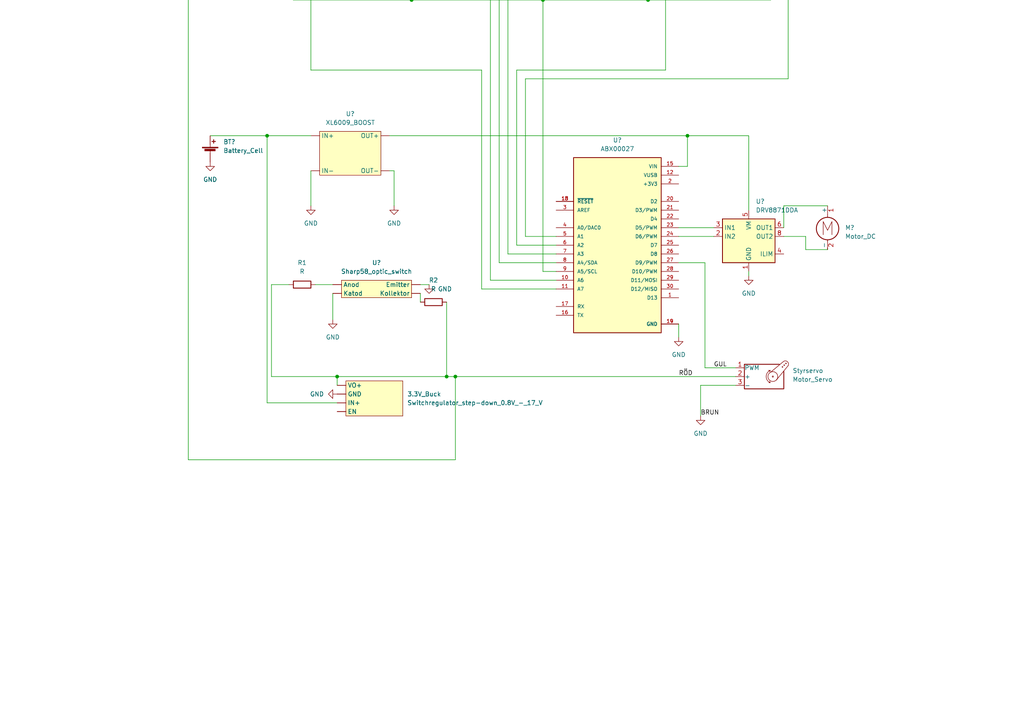
<source format=kicad_sch>
(kicad_sch (version 20211123) (generator eeschema)
  (paper "A4")
  (lib_symbols
    (symbol "Device:Battery_Cell" (pin_numbers hide) (pin_names (offset 0) hide)
      (property "Reference" "BT" (at 2.54 2.54 0))
      (property "Value" "Battery_Cell" (at 2.54 0 0))
      (symbol "Battery_Cell_0_1"
        (rectangle (start -2.286 1.778) (end 2.286 1.524) (fill (type outline)))
        (rectangle (start -1.5748 1.1938) (end 1.4732 0.6858) (fill (type outline)))
        (polyline (pts (xy 0 0.762) (xy 0 0)))
        (polyline (pts (xy 0 1.778) (xy 0 2.54)))
        (polyline (pts (xy 0.508 3.429) (xy 1.524 3.429)) (stroke (width 0.254)))
        (polyline (pts (xy 1.016 3.937) (xy 1.016 2.921)) (stroke (width 0.254)))
      )
      (symbol "Battery_Cell_1_1"
        (pin passive line (at 0 5.08 270) (length 2.54) (name "+") (number "1"))
        (pin passive line (at 0 -2.54 90) (length 2.54) (name "-") (number "2"))
      )
    )
    (symbol "Device:R" (pin_numbers hide) (pin_names (offset 0))
      (property "Reference" "R" (at 2.032 0 90))
      (property "Value" "R" (at 0 0 90))
      (symbol "R_0_1"
        (rectangle (start -1.016 -2.54) (end 1.016 2.54) (stroke (width 0.254)))
      )
      (symbol "R_1_1"
        (pin passive line (at 0 3.81 270) (length 1.27) (name "~") (number "1"))
        (pin passive line (at 0 -3.81 90) (length 1.27) (name "~") (number "2"))
      )
    )
    (symbol "Driver_Motor:DRV8871DDA"
      (property "Reference" "U" (at -6.35 6.35 0))
      (property "Value" "DRV8871DDA" (at 8.89 6.35 0))
      (symbol "DRV8871DDA_0_1"
        (rectangle (start -7.62 5.08) (end 7.62 -7.62) (stroke (width 0.254)) (fill (type background)))
      )
      (symbol "DRV8871DDA_1_1"
        (pin power_in line (at 0 -10.16 90) (length 2.54) (name "GND") (number "1"))
        (pin input line (at -10.16 0 0) (length 2.54) (name "IN2") (number "2"))
        (pin input line (at -10.16 2.54 0) (length 2.54) (name "IN1") (number "3"))
        (pin passive line (at 10.16 -5.08 180) (length 2.54) (name "ILIM") (number "4"))
        (pin power_in line (at 0 7.62 270) (length 2.54) (name "VM") (number "5"))
        (pin output line (at 10.16 2.54 180) (length 2.54) (name "OUT1") (number "6"))
        (pin passive line (at 0 -10.16 90) (length 2.54) hide (name "GND") (number "7"))
        (pin output line (at 10.16 0 180) (length 2.54) (name "OUT2") (number "8"))
        (pin passive line (at 0 -10.16 90) (length 2.54) hide (name "GND") (number "9"))
      )
    )
    (symbol "Motor:Motor_DC" (pin_names (offset 0))
      (property "Reference" "M" (at 2.54 2.54 0))
      (property "Value" "Motor_DC" (at 2.54 -5.08 0))
      (symbol "Motor_DC_0_0"
        (polyline (pts (xy -1.27 -3.302) (xy -1.27 0.508) (xy 0 -2.032) (xy 1.27 0.508) (xy 1.27 -3.302)))
      )
      (symbol "Motor_DC_0_1"
        (circle (center 0 -1.524) (radius 3.2512) (stroke (width 0.254)))
        (polyline (pts (xy 0 -7.62) (xy 0 -7.112)))
        (polyline (pts (xy 0 -4.7752) (xy 0 -5.1816)))
        (polyline (pts (xy 0 1.7272) (xy 0 2.0828)))
        (polyline (pts (xy 0 2.032) (xy 0 2.54)))
      )
      (symbol "Motor_DC_1_1"
        (pin passive line (at 0 5.08 270) (length 2.54) (name "+") (number "1"))
        (pin passive line (at 0 -7.62 90) (length 2.54) (name "-") (number "2"))
      )
    )
    (symbol "Motor:Motor_Servo" (pin_names (offset 0.0254))
      (property "Reference" "M" (at -5.08 4.445 0))
      (property "Value" "Motor_Servo" (at -5.08 -4.064 0))
      (symbol "Motor_Servo_0_1"
        (polyline (pts (xy 2.413 -1.778) (xy 2.032 -1.778)))
        (polyline (pts (xy 2.413 -1.778) (xy 2.286 -1.397)))
        (polyline (pts (xy 2.413 1.778) (xy 1.905 1.778)))
        (polyline (pts (xy 2.413 1.778) (xy 2.286 1.397)))
        (polyline (pts (xy 6.35 4.445) (xy 2.54 1.27)))
        (polyline (pts (xy 7.62 3.175) (xy 4.191 -1.016)))
        (polyline (pts (xy 5.08 3.556) (xy -5.08 3.556) (xy -5.08 -3.556) (xy 6.35 -3.556) (xy 6.35 1.524)) (stroke (width 0.254)))
        (arc (start 2.413 1.778) (mid 1.2406 0) (end 2.413 -1.778))
        (circle (center 3.175 0) (radius 0.1778))
        (circle (center 3.175 0) (radius 1.4224))
        (circle (center 5.969 2.794) (radius 0.127))
        (circle (center 6.477 3.302) (radius 0.127))
        (circle (center 6.985 3.81) (radius 0.127))
        (arc (start 7.62 3.175) (mid 7.4485 4.2735) (end 6.35 4.445))
      )
      (symbol "Motor_Servo_1_1"
        (pin passive line (at -7.62 2.54 0) (length 2.54) (name "PWM") (number "1"))
        (pin passive line (at -7.62 0 0) (length 2.54) (name "+") (number "2"))
        (pin passive line (at -7.62 -2.54 0) (length 2.54) (name "-") (number "3"))
      )
    )
    (symbol "Sensor_Distance:VL53L1CXV0FY1"
      (property "Reference" "U" (at -6.35 13.97 0))
      (property "Value" "VL53L1CXV0FY1" (at 12.065 13.97 0))
      (symbol "VL53L1CXV0FY1_0_1"
        (rectangle (start -7.62 12.7) (end 7.62 -12.7) (stroke (width 0.254)) (fill (type background)))
      )
      (symbol "VL53L1CXV0FY1_1_1"
        (pin power_in line (at 2.54 15.24 270) (length 2.54) (name "AVDDVCSEL") (number "1"))
        (pin input line (at -10.16 -2.54 0) (length 2.54) (name "SCL") (number "10"))
        (pin power_in line (at 0 15.24 270) (length 2.54) (name "AVDD") (number "11"))
        (pin passive line (at 0 -15.24 90) (length 2.54) hide (name "GND") (number "12"))
        (pin power_in line (at 2.54 -15.24 90) (length 2.54) (name "AVSSVCSEL") (number "2"))
        (pin power_in line (at 0 -15.24 90) (length 2.54) (name "GND") (number "3"))
        (pin passive line (at 0 -15.24 90) (length 2.54) hide (name "GND") (number "4"))
        (pin input line (at -10.16 -7.62 0) (length 2.54) (name "XSHUT") (number "5"))
        (pin passive line (at 0 -15.24 90) (length 2.54) hide (name "GND") (number "6"))
        (pin open_collector line (at -10.16 5.08 0) (length 2.54) (name "GPIO1") (number "7"))
        (pin no_connect line (at -7.62 7.62 0) (length 2.54) hide (name "DNC") (number "8"))
        (pin bidirectional line (at -10.16 0 0) (length 2.54) (name "SDA") (number "9"))
      )
    )
    (symbol "library_1:ABX00027" (pin_names (offset 1.016))
      (property "Reference" "U" (at -12.7 26.67 0))
      (property "Value" "ABX00027" (at -12.7 -26.67 0))
      (symbol "ABX00027_0_0"
        (rectangle (start -12.7 -25.4) (end 12.7 25.4) (stroke (width 0.254)) (fill (type background)))
        (pin bidirectional line (at 17.78 -15.24 180) (length 5.08) (name "D13") (number "1"))
        (pin input line (at -17.78 -10.16 0) (length 5.08) (name "A6") (number "10"))
        (pin input line (at -17.78 -12.7 0) (length 5.08) (name "A7") (number "11"))
        (pin power_in line (at 17.78 20.32 180) (length 5.08) (name "VUSB") (number "12"))
        (pin input line (at -17.78 12.7 0) (length 5.08) (name "~{RESET}") (number "13"))
        (pin power_in line (at 17.78 -22.86 180) (length 5.08) (name "GND") (number "14"))
        (pin power_in line (at 17.78 22.86 180) (length 5.08) (name "VIN") (number "15"))
        (pin bidirectional line (at -17.78 -20.32 0) (length 5.08) (name "TX") (number "16"))
        (pin bidirectional line (at -17.78 -17.78 0) (length 5.08) (name "RX") (number "17"))
        (pin input line (at -17.78 12.7 0) (length 5.08) (name "~{RESET}") (number "18"))
        (pin power_in line (at 17.78 -22.86 180) (length 5.08) (name "GND") (number "19"))
        (pin power_in line (at 17.78 17.78 180) (length 5.08) (name "+3V3") (number "2"))
        (pin bidirectional line (at 17.78 12.7 180) (length 5.08) (name "D2") (number "20"))
        (pin bidirectional line (at 17.78 10.16 180) (length 5.08) (name "D3/PWM") (number "21"))
        (pin bidirectional line (at 17.78 7.62 180) (length 5.08) (name "D4") (number "22"))
        (pin bidirectional line (at 17.78 5.08 180) (length 5.08) (name "D5/PWM") (number "23"))
        (pin bidirectional line (at 17.78 2.54 180) (length 5.08) (name "D6/PWM") (number "24"))
        (pin bidirectional line (at 17.78 0 180) (length 5.08) (name "D7") (number "25"))
        (pin bidirectional line (at 17.78 -2.54 180) (length 5.08) (name "D8") (number "26"))
        (pin bidirectional line (at 17.78 -5.08 180) (length 5.08) (name "D9/PWM") (number "27"))
        (pin bidirectional line (at 17.78 -7.62 180) (length 5.08) (name "D10/PWM") (number "28"))
        (pin bidirectional line (at 17.78 -10.16 180) (length 5.08) (name "D11/MOSI") (number "29"))
        (pin input line (at -17.78 10.16 0) (length 5.08) (name "AREF") (number "3"))
        (pin bidirectional line (at 17.78 -12.7 180) (length 5.08) (name "D12/MISO") (number "30"))
        (pin bidirectional line (at -17.78 5.08 0) (length 5.08) (name "A0/DAC0") (number "4"))
        (pin input line (at -17.78 2.54 0) (length 5.08) (name "A1") (number "5"))
        (pin input line (at -17.78 0 0) (length 5.08) (name "A2") (number "6"))
        (pin input line (at -17.78 -2.54 0) (length 5.08) (name "A3") (number "7"))
        (pin input line (at -17.78 -5.08 0) (length 5.08) (name "A4/SDA") (number "8"))
        (pin input line (at -17.78 -7.62 0) (length 5.08) (name "A5/SCL") (number "9"))
      )
    )
    (symbol "library_1:Sharp58_optic_switch"
      (property "Reference" "U" (at 0 0 0))
      (property "Value" "Sharp58_optic_switch" (at 0 0 0))
      (symbol "Sharp58_optic_switch_0_1"
        (rectangle (start 10.16 -7.62) (end -10.16 -2.54) (fill (type background)))
      )
      (symbol "Sharp58_optic_switch_1_1"
        (pin input line (at -12.7 -3.81 0) (length 2.54) (name "Anod") (number ""))
        (pin input line (at 12.7 -3.81 180) (length 2.54) (name "Emitter") (number ""))
        (pin output line (at -12.7 -6.35 0) (length 2.54) (name "Katod") (number ""))
        (pin output line (at 12.7 -6.35 180) (length 2.54) (name "Kollektor") (number ""))
      )
    )
    (symbol "library_1:Switchregulator_step-down_0.8V_-_17_V"
      (property "Reference" "U" (at 0 0 0))
      (property "Value" "Switchregulator_step-down_0.8V_-_17_V" (at 0 0 0))
      (symbol "Switchregulator_step-down_0.8V_-_17_V_0_1"
        (rectangle (start -17.78 -2.54) (end -1.27 -12.7) (fill (type background)))
      )
      (symbol "Switchregulator_step-down_0.8V_-_17_V_1_1"
        (pin power_out line (at -20.32 -11.43 0) (length 2.54) (name "EN") (number ""))
        (pin power_out line (at -20.32 -6.35 0) (length 2.54) (name "GND") (number ""))
        (pin power_out line (at -20.32 -8.89 0) (length 2.54) (name "IN+") (number ""))
        (pin power_out line (at -20.32 -3.81 0) (length 2.54) (name "VO+") (number ""))
      )
    )
    (symbol "library_1:XL6009_BOOST"
      (property "Reference" "U" (at 0 0 0))
      (property "Value" "XL6009_BOOST" (at 0 0 0))
      (symbol "XL6009_BOOST_0_1"
        (rectangle (start 8.89 -2.54) (end -8.89 -15.24) (fill (type background)))
      )
      (symbol "XL6009_BOOST_1_1"
        (pin power_in line (at -11.43 -3.81 0) (length 2.54) (name "IN+") (number ""))
        (pin power_in line (at -11.43 -13.97 0) (length 2.54) (name "IN-") (number ""))
        (pin power_out line (at 11.43 -3.81 180) (length 2.54) (name "OUT+") (number ""))
        (pin power_out line (at 11.43 -13.97 180) (length 2.54) (name "OUT-") (number ""))
      )
    )
    (symbol "power:GND" (power) (pin_names (offset 0))
      (property "Value" "GND" (at 0 -3.81 0))
      (symbol "GND_0_1"
        (polyline (pts (xy 0 0) (xy 0 -1.27) (xy 1.27 -1.27) (xy 0 -2.54) (xy -1.27 -1.27) (xy 0 -1.27)))
      )
      (symbol "GND_1_1"
        (pin power_in line (at 0 0 270) (length 0) hide (name "GND") (number "1"))
      )
    )
  )
  (junction (at 129.54 109.22))
  (junction (at 54.61 -21.59))
  (junction (at 144.78 -6.35))
  (junction (at 132.08 109.22))
  (junction (at 157.48 0))
  (junction (at 185.42 -6.35))
  (junction (at 151.13 -6.35))
  (junction (at 134.62 -38.1))
  (junction (at 199.39 39.37))
  (junction (at 116.84 -6.35))
  (junction (at 119.38 0))
  (junction (at 168.91 -38.1))
  (junction (at 97.79 109.22))
  (junction (at 187.96 0))
  (junction (at 100.33 -38.1))
  (junction (at 77.47 39.37))
  (wire (pts (xy 199.39 39.37) (xy 199.39 48.26)))
  (wire (pts (xy 203.2 -21.59) (xy 205.74 -21.59)))
  (wire (pts (xy 217.17 78.74) (xy 217.17 80.01)))
  (wire (pts (xy 149.86 71.12) (xy 149.86 20.32)))
  (wire (pts (xy 196.85 66.04) (xy 207.01 66.04)))
  (wire (pts (xy 233.68 72.39) (xy 240.03 72.39)))
  (wire (pts (xy 142.24 -2.54) (xy 124.46 -2.54)))
  (wire (pts (xy 90.17 49.53) (xy 90.17 59.69)))
  (wire (pts (xy 82.55 -11.43) (xy 82.55 -6.35)))
  (wire (pts (xy 196.85 68.58) (xy 207.01 68.58)))
  (wire (pts (xy 157.48 78.74) (xy 157.48 0)))
  (wire (pts (xy 220.98 -11.43) (xy 220.98 -6.35)))
  (wire (pts (xy 161.29 78.74) (xy 157.48 78.74)))
  (wire (pts (xy 77.47 116.84) (xy 77.47 39.37)))
  (wire (pts (xy 129.54 109.22) (xy 132.08 109.22)))
  (wire (pts (xy 203.2 111.76) (xy 203.2 120.65)))
  (wire (pts (xy 78.74 82.55) (xy 83.82 82.55)))
  (wire (pts (xy 168.91 -21.59) (xy 168.91 -38.1)))
  (wire (pts (xy 135.89 -21.59) (xy 134.62 -21.59)))
  (wire (pts (xy 97.79 111.76) (xy 97.79 109.22)))
  (wire (pts (xy 134.62 -21.59) (xy 134.62 -38.1)))
  (wire (pts (xy 185.42 -6.35) (xy 151.13 -6.35)))
  (wire (pts (xy 85.09 -11.43) (xy 85.09 0)))
  (wire (pts (xy 116.84 -6.35) (xy 144.78 -6.35)))
  (wire (pts (xy 157.48 0) (xy 187.96 0)))
  (wire (pts (xy 185.42 -6.35) (xy 220.98 -6.35)))
  (wire (pts (xy 116.84 -11.43) (xy 116.84 -6.35)))
  (wire (pts (xy 119.38 -11.43) (xy 119.38 0)))
  (wire (pts (xy 187.96 -11.43) (xy 187.96 0)))
  (wire (pts (xy 78.74 109.22) (xy 97.79 109.22)))
  (wire (pts (xy 147.32 -3.81) (xy 158.75 -3.81)))
  (wire (pts (xy 149.86 20.32) (xy 193.04 20.32)))
  (wire (pts (xy 54.61 -21.59) (xy 67.31 -21.59)))
  (wire (pts (xy 161.29 73.66) (xy 147.32 73.66)))
  (wire (pts (xy 144.78 -6.35) (xy 144.78 76.2)))
  (wire (pts (xy 54.61 -21.59) (xy 54.61 -38.1)))
  (wire (pts (xy 193.04 20.32) (xy 193.04 -11.43)))
  (wire (pts (xy 161.29 83.82) (xy 139.7 83.82)))
  (wire (pts (xy 129.54 87.63) (xy 129.54 109.22)))
  (wire (pts (xy 187.96 0) (xy 223.52 0)))
  (wire (pts (xy 121.92 85.09) (xy 121.92 87.63)))
  (wire (pts (xy 100.33 -21.59) (xy 101.6 -21.59)))
  (wire (pts (xy 158.75 -3.81) (xy 158.75 -11.43)))
  (wire (pts (xy 185.42 -11.43) (xy 185.42 -6.35)))
  (wire (pts (xy 114.3 49.53) (xy 114.3 59.69)))
  (wire (pts (xy 54.61 -38.1) (xy 100.33 -38.1)))
  (wire (pts (xy 139.7 20.32) (xy 90.17 20.32)))
  (wire (pts (xy 134.62 -38.1) (xy 168.91 -38.1)))
  (wire (pts (xy 204.47 76.2) (xy 204.47 106.68)))
  (wire (pts (xy 90.17 20.32) (xy 90.17 -11.43)))
  (wire (pts (xy 78.74 109.22) (xy 78.74 82.55)))
  (wire (pts (xy 119.38 0) (xy 157.48 0)))
  (wire (pts (xy 60.96 39.37) (xy 77.47 39.37)))
  (wire (pts (xy 161.29 76.2) (xy 144.78 76.2)))
  (wire (pts (xy 196.85 76.2) (xy 204.47 76.2)))
  (wire (pts (xy 132.08 109.22) (xy 132.08 133.35)))
  (wire (pts (xy 228.6 -11.43) (xy 228.6 22.86)))
  (wire (pts (xy 132.08 133.35) (xy 54.61 133.35)))
  (wire (pts (xy 227.33 66.04) (xy 227.33 59.69)))
  (wire (pts (xy 199.39 48.26) (xy 196.85 48.26)))
  (wire (pts (xy 85.09 0) (xy 119.38 0)))
  (wire (pts (xy 152.4 68.58) (xy 161.29 68.58)))
  (wire (pts (xy 124.46 82.55) (xy 121.92 82.55)))
  (wire (pts (xy 96.52 92.71) (xy 96.52 85.09)))
  (wire (pts (xy 139.7 83.82) (xy 139.7 20.32)))
  (wire (pts (xy 113.03 39.37) (xy 199.39 39.37)))
  (wire (pts (xy 199.39 39.37) (xy 217.17 39.37)))
  (wire (pts (xy 151.13 -6.35) (xy 151.13 -11.43)))
  (wire (pts (xy 228.6 22.86) (xy 152.4 22.86)))
  (wire (pts (xy 196.85 93.98) (xy 196.85 97.79)))
  (wire (pts (xy 142.24 81.28) (xy 142.24 -2.54)))
  (wire (pts (xy 147.32 73.66) (xy 147.32 -3.81)))
  (wire (pts (xy 124.46 -2.54) (xy 124.46 -11.43)))
  (wire (pts (xy 168.91 -38.1) (xy 203.2 -38.1)))
  (wire (pts (xy 100.33 -38.1) (xy 134.62 -38.1)))
  (wire (pts (xy 204.47 106.68) (xy 213.36 106.68)))
  (wire (pts (xy 213.36 111.76) (xy 203.2 111.76)))
  (wire (pts (xy 233.68 68.58) (xy 233.68 72.39)))
  (wire (pts (xy 227.33 68.58) (xy 233.68 68.58)))
  (wire (pts (xy 161.29 81.28) (xy 142.24 81.28)))
  (wire (pts (xy 91.44 82.55) (xy 96.52 82.55)))
  (wire (pts (xy 144.78 -6.35) (xy 151.13 -6.35)))
  (wire (pts (xy 97.79 109.22) (xy 129.54 109.22)))
  (wire (pts (xy 227.33 59.69) (xy 240.03 59.69)))
  (wire (pts (xy 170.18 -21.59) (xy 168.91 -21.59)))
  (wire (pts (xy 100.33 -38.1) (xy 100.33 -21.59)))
  (wire (pts (xy 223.52 0) (xy 223.52 -11.43)))
  (wire (pts (xy 113.03 49.53) (xy 114.3 49.53)))
  (wire (pts (xy 77.47 39.37) (xy 90.17 39.37)))
  (wire (pts (xy 97.79 116.84) (xy 77.47 116.84)))
  (wire (pts (xy 152.4 22.86) (xy 152.4 68.58)))
  (wire (pts (xy 161.29 71.12) (xy 149.86 71.12)))
  (wire (pts (xy 54.61 133.35) (xy 54.61 -21.59)))
  (wire (pts (xy 217.17 39.37) (xy 217.17 60.96)))
  (wire (pts (xy 203.2 -38.1) (xy 203.2 -21.59)))
  (wire (pts (xy 82.55 -6.35) (xy 116.84 -6.35)))
  (wire (pts (xy 132.08 109.22) (xy 213.36 109.22)))
  (label "BRUN" (at 203.2 120.65 0))
  (label "GUL" (at 207.01 106.68 0))
  (label "RÖD" (at 196.85 109.22 0))
  (symbol (lib_id "power:GND") (at 132.08 -21.59 0) (unit 1)
    (property "Reference" "#PWR?" (effects hide))
    (property "Value" "GND" (at 132.08 -15.24 0))
  )
  (symbol (lib_id "library_1:Switchregulator_step-down_0.8V_-_17_V") (at 118.11 107.95 0) (unit 1)
    (property "Reference" "3.3V_Buck" (at 118.11 114.2999 0) (effects (justify left)))
    (property "Value" "Switchregulator_step-down_0.8V_-_17_V" (at 118.11 116.8399 0) (effects (justify left)))
  )
  (symbol (lib_id "Motor:Motor_Servo") (at 220.98 109.22 0) (unit 1)
    (property "Reference" "Styrservo" (at 229.87 107.5165 0) (effects (justify left)))
    (property "Value" "Motor_Servo" (at 229.87 110.0565 0) (effects (justify left)))
    (property "Datasheet" "http://forums.parallax.com/uploads/attachments/46831/74481.png" (effects hide))
  )
  (symbol (lib_id "power:GND") (at 236.22 -21.59 0) (unit 1)
    (property "Reference" "#PWR?" (effects hide))
    (property "Value" "GND" (at 236.22 -15.24 0))
  )
  (symbol (lib_id "library_1:ABX00027") (at 179.07 71.12 0) (unit 1)
    (property "Reference" "U?" (at 179.07 40.64 0))
    (property "Value" "ABX00027" (at 179.07 43.18 0))
    (property "Footprint" "MODULE_ABX00027" (effects hide))
    (property "AVAILABILITY" "Unavailable" (effects hide))
    (property "MP" "ABX00027" (effects hide))
    (property "DIGIKEY-PURCHASE-URL" "https://snapeda.com/shop?store=DigiKey&id=3949339" (effects hide))
    (property "PACKAGE" "None" (effects hide))
    (property "PRICE" "None" (effects hide))
    (property "MF" "Arduino" (effects hide))
    (property "DESCRIPTION" "ATSAMD21G18A Arduino Nano 33 IoT SAM D ARM® Cortex®-M0+ MCU 32-Bit Embedded Evaluation Board" (effects hide))
  )
  (symbol (lib_id "power:GND") (at 217.17 80.01 0) (unit 1)
    (property "Reference" "#PWR?" (effects hide))
    (property "Value" "GND" (at 217.17 85.09 0))
  )
  (symbol (lib_id "Motor:Motor_DC") (at 240.03 64.77 0) (unit 1)
    (property "Reference" "M?" (at 245.11 66.0399 0) (effects (justify left)))
    (property "Value" "Motor_DC" (at 245.11 68.5799 0) (effects (justify left)))
  )
  (symbol (lib_id "Sensor_Distance:VL53L1CXV0FY1") (at 82.55 -21.59 90) (unit 1)
    (property "Reference" "U?" (at 81.2799 -30.48 0) (effects (justify left)))
    (property "Value" "VL53L1CXV0FY1" (at 83.8199 -30.48 0) (effects (justify left)))
    (property "Footprint" "Sensor_Distance:ST_VL53L1x" (effects hide))
    (property "Datasheet" "https://www.st.com/resource/en/datasheet/vl53l1x.pdf" (effects hide))
  )
  (symbol (lib_id "library_1:XL6009_BOOST") (at 101.6 35.56 0) (unit 1)
    (property "Reference" "U?" (at 101.6 33.02 0))
    (property "Value" "XL6009_BOOST" (at 101.6 35.56 0))
  )
  (symbol (lib_id "Driver_Motor:DRV8871DDA") (at 217.17 68.58 0) (unit 1)
    (property "Reference" "U?" (at 219.1894 58.42 0) (effects (justify left)))
    (property "Value" "DRV8871DDA" (at 219.1894 60.96 0) (effects (justify left)))
    (property "Footprint" "Package_SO:Texas_HTSOP-8-1EP_3.9x4.9mm_P1.27mm_EP2.95x4.9mm_Mask2.4x3.1mm_ThermalVias" (effects hide))
    (property "Datasheet" "http://www.ti.com/lit/ds/symlink/drv8871.pdf" (effects hide))
  )
  (symbol (lib_id "power:GND") (at 200.66 -21.59 0) (unit 1)
    (property "Reference" "#PWR?" (effects hide))
    (property "Value" "GND" (at 200.66 -15.24 0))
  )
  (symbol (lib_id "Sensor_Distance:VL53L1CXV0FY1") (at 185.42 -21.59 90) (unit 1)
    (property "Reference" "U?" (at 184.1499 -30.48 0) (effects (justify left)))
    (property "Value" "VL53L1CXV0FY1" (at 186.6899 -30.48 0) (effects (justify left)))
    (property "Footprint" "Sensor_Distance:ST_VL53L1x" (effects hide))
    (property "Datasheet" "https://www.st.com/resource/en/datasheet/vl53l1x.pdf" (effects hide))
  )
  (symbol (lib_id "Device:Battery_Cell") (at 60.96 44.45 0) (unit 1)
    (property "Reference" "BT?" (at 64.77 41.1479 0) (effects (justify left)))
    (property "Value" "Battery_Cell" (at 64.77 43.6879 0) (effects (justify left)))
  )
  (symbol (lib_id "Sensor_Distance:VL53L1CXV0FY1") (at 116.84 -21.59 90) (unit 1)
    (property "Reference" "U?" (at 115.5699 -30.48 0) (effects (justify left)))
    (property "Value" "VL53L1CXV0FY1" (at 118.1099 -30.48 0) (effects (justify left)))
    (property "Footprint" "Sensor_Distance:ST_VL53L1x" (effects hide))
    (property "Datasheet" "https://www.st.com/resource/en/datasheet/vl53l1x.pdf" (effects hide))
  )
  (symbol (lib_id "Device:R") (at 87.63 82.55 90) (unit 1)
    (property "Reference" "R1" (at 87.63 76.2 90))
    (property "Value" "R" (at 87.63 78.74 90))
  )
  (symbol (lib_id "power:GND") (at 196.85 97.79 0) (unit 1)
    (property "Reference" "#PWR?" (effects hide))
    (property "Value" "GND" (at 196.85 102.87 0))
  )
  (symbol (lib_id "power:GND") (at 90.17 59.69 0) (unit 1)
    (property "Reference" "#PWR?" (effects hide))
    (property "Value" "GND" (at 90.17 64.77 0))
  )
  (symbol (lib_id "power:GND") (at 114.3 59.69 0) (unit 1)
    (property "Reference" "#PWR?" (effects hide))
    (property "Value" "GND" (at 114.3 64.77 0))
  )
  (symbol (lib_id "Device:R") (at 125.73 87.63 90) (unit 1)
    (property "Reference" "R2" (at 125.73 81.28 90))
    (property "Value" "R" (at 125.73 83.82 90))
  )
  (symbol (lib_id "power:GND") (at 97.79 114.3 270) (unit 1)
    (property "Reference" "#PWR?" (effects hide))
    (property "Value" "GND" (at 93.98 114.2999 90) (effects (justify right)))
  )
  (symbol (lib_id "power:GND") (at 166.37 -21.59 0) (unit 1)
    (property "Reference" "#PWR?" (effects hide))
    (property "Value" "GND" (at 166.37 -15.24 0))
  )
  (symbol (lib_id "power:GND") (at 60.96 46.99 0) (unit 1)
    (property "Reference" "#PWR?" (effects hide))
    (property "Value" "GND" (at 60.96 52.07 0))
  )
  (symbol (lib_id "power:GND") (at 97.79 -21.59 0) (unit 1)
    (property "Reference" "#PWR?" (effects hide))
    (property "Value" "GND" (at 97.79 -15.24 0))
  )
  (symbol (lib_id "library_1:Sharp58_optic_switch") (at 109.22 78.74 0) (unit 1)
    (property "Reference" "U?" (at 109.22 76.2 0))
    (property "Value" "Sharp58_optic_switch" (at 109.22 78.74 0))
  )
  (symbol (lib_id "power:GND") (at 203.2 120.65 0) (unit 1)
    (property "Reference" "#PWR?" (effects hide))
    (property "Value" "GND" (at 203.2 125.73 0))
  )
  (symbol (lib_id "Sensor_Distance:VL53L1CXV0FY1") (at 220.98 -21.59 90) (unit 1)
    (property "Reference" "U?" (at 219.7099 -30.48 0) (effects (justify left)))
    (property "Value" "VL53L1CXV0FY1" (at 222.2499 -30.48 0) (effects (justify left)))
    (property "Footprint" "Sensor_Distance:ST_VL53L1x" (effects hide))
    (property "Datasheet" "https://www.st.com/resource/en/datasheet/vl53l1x.pdf" (effects hide))
  )
  (symbol (lib_id "power:GND") (at 96.52 92.71 0) (unit 1)
    (property "Reference" "#PWR?" (effects hide))
    (property "Value" "GND" (at 96.52 97.79 0))
  )
  (symbol (lib_id "Sensor_Distance:VL53L1CXV0FY1") (at 151.13 -21.59 90) (unit 1)
    (property "Reference" "U?" (at 149.8599 -30.48 0) (effects (justify left)))
    (property "Value" "VL53L1CXV0FY1" (at 152.3999 -30.48 0) (effects (justify left)))
    (property "Footprint" "Sensor_Distance:ST_VL53L1x" (effects hide))
    (property "Datasheet" "https://www.st.com/resource/en/datasheet/vl53l1x.pdf" (effects hide))
  )
  (symbol (lib_id "power:GND") (at 124.46 82.55 0) (unit 1)
    (property "Reference" "#PWR?" (effects hide))
    (property "Value" "GND" (at 127 83.8199 0) (effects (justify left)))
  )
)
</source>
